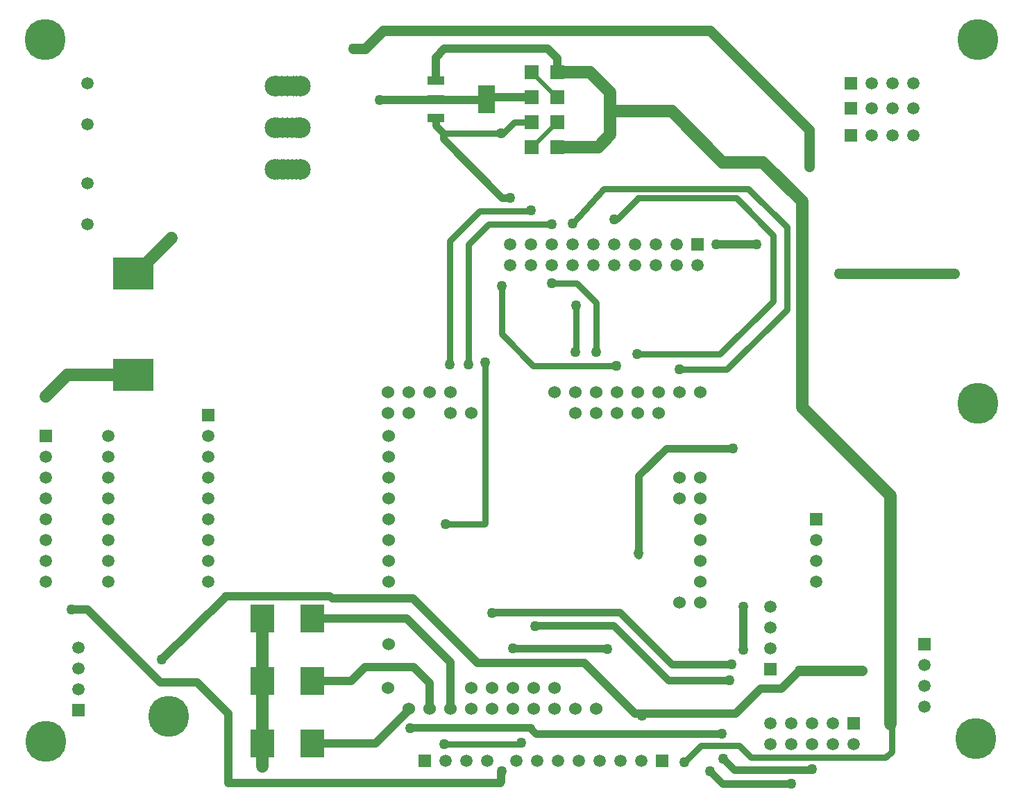
<source format=gtl>
%FSLAX44Y44*%
%MOMM*%
G71*
G01*
G75*
G04 Layer_Physical_Order=1*
G04 Layer_Color=255*
%ADD10R,2.1500X3.5000*%
%ADD11R,2.1500X1.1000*%
%ADD12R,2.1500X1.1000*%
%ADD13R,3.0000X3.5000*%
%ADD14R,1.6510X1.6510*%
%ADD15R,5.0000X4.0000*%
%ADD16C,1.0160*%
%ADD17C,0.8890*%
%ADD18C,1.2700*%
%ADD19C,0.7620*%
%ADD20C,1.5240*%
%ADD21C,0.5080*%
%ADD22C,2.4892*%
%ADD23C,5.0038*%
%ADD24R,1.5000X1.5000*%
%ADD25C,1.5000*%
%ADD26R,1.5000X1.5000*%
%ADD27C,1.5240*%
%ADD28C,2.5000*%
%ADD29C,1.5000*%
%ADD30R,1.5000X1.5000*%
%ADD31C,1.2700*%
D10*
X537857Y783336D02*
D03*
D11*
X475857Y760336D02*
D03*
Y806336D02*
D03*
D12*
Y783336D02*
D03*
D13*
X264795Y149860D02*
D03*
X325755D02*
D03*
X264795Y73660D02*
D03*
X325755D02*
D03*
X264795Y-2540D02*
D03*
X325755D02*
D03*
D14*
X592709Y816864D02*
D03*
X624459D02*
D03*
X592709Y786384D02*
D03*
X624459D02*
D03*
X592709Y755904D02*
D03*
X624459D02*
D03*
Y725424D02*
D03*
X592709D02*
D03*
D15*
X107315Y447548D02*
D03*
Y570992D02*
D03*
D16*
X407797Y783082D02*
X537603D01*
X51110Y161488D02*
X140081Y72517D01*
X184785D01*
X223012Y34290D01*
Y-50292D02*
Y34290D01*
X554609Y-50292D02*
X555371Y-48514D01*
Y-37084D01*
X219964Y177546D02*
X346597D01*
X349645Y174498D01*
X448183D01*
X526669Y96012D01*
X657225D01*
X718947Y34290D01*
X818007Y606298D02*
X862711D01*
X898017Y65024D02*
X919861Y86868D01*
X872617Y65024D02*
X898017D01*
X841883Y34290D02*
X872617Y65024D01*
X718947Y34290D02*
X841883D01*
X851281Y112014D02*
Y164338D01*
X475603Y783082D02*
X475857Y783336D01*
Y806336D02*
Y834632D01*
X486537Y845312D01*
X612775D01*
X624459Y833628D01*
Y816864D02*
Y833628D01*
X537603Y783082D02*
X540905Y786384D01*
X592709D01*
X325755Y149860D02*
X440563D01*
X493649Y96774D01*
Y39878D02*
Y96774D01*
X325755Y73660D02*
X372745D01*
X389763Y90678D01*
X449199D01*
X468249Y71628D01*
Y39878D02*
Y71628D01*
X325755Y-2540D02*
X402209D01*
X442849Y38100D01*
Y39878D01*
X141920Y100519D02*
X219964Y176784D01*
X31877Y161488D02*
X51110D01*
X223012Y-50292D02*
X554609D01*
D17*
X444627Y16256D02*
X445389Y17018D01*
X591947D01*
X592201Y15748D02*
X598043Y9906D01*
X824611D01*
X485267Y735076D02*
Y741934D01*
Y735076D02*
X556895Y663448D01*
X566547D01*
X840359Y-34544D02*
X934339D01*
X826389Y-20574D02*
X840359Y-34544D01*
X810133Y-35814D02*
X825373Y-51054D01*
X723265Y227076D02*
Y324358D01*
X756793Y357886D01*
X838073D01*
X569849Y113792D02*
X684911D01*
X825373Y-51054D02*
X909701D01*
X544957Y157480D02*
X700659D01*
X763905Y94234D01*
X837057D01*
X596519Y141478D02*
X692785D01*
X759333Y74930D01*
X834517D01*
X475857Y751344D02*
Y760336D01*
Y751344D02*
X485267Y741934D01*
D18*
X931545Y701040D02*
Y745998D01*
X810387Y867156D02*
X931545Y745998D01*
X411353Y867156D02*
X810387D01*
X389763Y845566D02*
X411353Y867156D01*
X375285Y845566D02*
X389763D01*
X967613Y570738D02*
X1108583D01*
X919861Y86868D02*
X996315D01*
D19*
X591312Y647319D02*
X592455Y648462D01*
X529844Y647319D02*
X591312D01*
X779145Y-25146D02*
X799465Y-4826D01*
X845947D01*
X860425Y-19304D01*
X1025017D01*
X1032129Y-12192D01*
Y21844D01*
X487807Y265176D02*
X535559D01*
X536321Y265938D02*
Y463042D01*
X646811Y475488D02*
Y531114D01*
X842391Y662940D02*
X887349Y617982D01*
Y537464D02*
Y617982D01*
X822579Y472694D02*
X887349Y537464D01*
X721487Y472694D02*
X822579D01*
X694055Y636778D02*
X697357D01*
X723519Y662940D01*
X722249D02*
X842391D01*
X773049Y454406D02*
X831215D01*
X904113Y527304D01*
Y627380D01*
X857123Y674370D02*
X904113Y627380D01*
X681101Y674370D02*
X857123D01*
X642588Y632105D02*
X681101Y674370D01*
X617855Y559308D02*
X647827D01*
X671449Y535686D01*
Y478282D02*
Y535686D01*
X556387Y497332D02*
Y555498D01*
Y497332D02*
X594995Y458724D01*
X696595D01*
X493395Y610870D02*
X529844Y647319D01*
X493395Y460248D02*
Y610870D01*
X540639Y631190D02*
X617855D01*
X516255Y606806D02*
X540639Y631190D01*
X516255Y460248D02*
Y606806D01*
X558165Y741934D02*
X572135Y755904D01*
X592709D01*
X486537Y-2794D02*
X581025D01*
X485267Y741934D02*
X558165D01*
D20*
X923163Y407924D02*
Y658876D01*
X688975Y740410D02*
Y791718D01*
Y768858D02*
X763651D01*
X264287Y-30480D02*
Y-5842D01*
X1030859Y21844D02*
Y300228D01*
X923163Y407924D02*
X1030859Y300228D01*
X875157Y706882D02*
X923163Y658876D01*
X825627Y706882D02*
X875157D01*
X763651Y768858D02*
X825627Y706882D01*
X26543Y447548D02*
X107315D01*
X0Y421005D02*
X26543Y447548D01*
X107315Y570992D02*
X110109D01*
X153289Y614172D01*
X624459Y816864D02*
X663829D01*
X688975Y791718D01*
X673989Y725424D02*
X688975Y740410D01*
X624459Y725424D02*
X673989D01*
X264795Y-2540D02*
Y149860D01*
D21*
X623189Y786384D02*
X624459D01*
X592709Y816864D02*
X623189Y786384D01*
X592709Y725424D02*
X593979D01*
X624459Y755904D01*
D22*
X306070Y799338D02*
D03*
X302260D02*
D03*
X294894D02*
D03*
X287782D02*
D03*
X281940D02*
D03*
X308864Y748538D02*
D03*
X305562D02*
D03*
X300736D02*
D03*
X294640D02*
D03*
X288798D02*
D03*
X283337D02*
D03*
X309880Y697738D02*
D03*
X305816D02*
D03*
X300482D02*
D03*
X295910D02*
D03*
X291084D02*
D03*
X288290D02*
D03*
X283210D02*
D03*
D23*
X150000Y31000D02*
D03*
X1137285Y412496D02*
D03*
X-889Y856488D02*
D03*
X1137412D02*
D03*
X1135126Y4064D02*
D03*
X0Y0D02*
D03*
D24*
X982021Y802800D02*
D03*
X751967Y-23622D02*
D03*
X982021Y772320D02*
D03*
Y739648D02*
D03*
X462407Y-23622D02*
D03*
X795655Y606298D02*
D03*
X985647Y22098D02*
D03*
D25*
X1007421Y802800D02*
D03*
X1032821D02*
D03*
X1058221D02*
D03*
X574167Y-23622D02*
D03*
X599567D02*
D03*
X624967D02*
D03*
X650367D02*
D03*
X675767D02*
D03*
X701167D02*
D03*
X726567D02*
D03*
X939927Y245618D02*
D03*
Y220218D02*
D03*
Y194818D02*
D03*
X884047Y113538D02*
D03*
Y138938D02*
D03*
Y164338D02*
D03*
X40132Y64008D02*
D03*
X1072007Y67818D02*
D03*
Y42418D02*
D03*
X50673Y631190D02*
D03*
Y680720D02*
D03*
X1007421Y772320D02*
D03*
X1032821D02*
D03*
X1058221D02*
D03*
X1007421Y739648D02*
D03*
X1032821D02*
D03*
X1058221D02*
D03*
X198247Y372618D02*
D03*
Y194818D02*
D03*
Y220218D02*
D03*
Y245618D02*
D03*
Y271018D02*
D03*
Y296418D02*
D03*
Y321818D02*
D03*
Y347218D02*
D03*
X50673Y753110D02*
D03*
Y802640D02*
D03*
X487807Y-23622D02*
D03*
X513207D02*
D03*
X538607D02*
D03*
X40132Y114808D02*
D03*
Y89408D02*
D03*
X1072007Y93218D02*
D03*
X795655Y580898D02*
D03*
X770255Y606298D02*
D03*
Y580898D02*
D03*
X744855Y606298D02*
D03*
Y580898D02*
D03*
X719455Y606298D02*
D03*
Y580898D02*
D03*
X694055Y606298D02*
D03*
Y580898D02*
D03*
X668655Y606298D02*
D03*
Y580898D02*
D03*
X643255Y606298D02*
D03*
Y580898D02*
D03*
X617855Y606298D02*
D03*
Y580898D02*
D03*
X592455Y606298D02*
D03*
Y580898D02*
D03*
X567055Y606298D02*
D03*
Y580898D02*
D03*
X884047Y-3302D02*
D03*
Y22098D02*
D03*
X909447Y-3302D02*
D03*
Y22098D02*
D03*
X934847Y-3302D02*
D03*
Y22098D02*
D03*
X960247Y-3302D02*
D03*
Y22098D02*
D03*
X985647Y-3302D02*
D03*
D26*
X939927Y271018D02*
D03*
X884047Y88138D02*
D03*
X40132Y38608D02*
D03*
X198247Y398018D02*
D03*
X1072007Y118618D02*
D03*
D27*
X418719D02*
D03*
Y194818D02*
D03*
Y220218D02*
D03*
Y245618D02*
D03*
Y271018D02*
D03*
Y296418D02*
D03*
Y321818D02*
D03*
Y347218D02*
D03*
Y372618D02*
D03*
X798449Y169418D02*
D03*
X773049D02*
D03*
X798449Y194818D02*
D03*
Y220218D02*
D03*
Y245618D02*
D03*
Y271018D02*
D03*
X468249Y425958D02*
D03*
X493649Y400558D02*
D03*
Y425958D02*
D03*
X519049Y400558D02*
D03*
X620649Y425958D02*
D03*
X646049Y400558D02*
D03*
Y425958D02*
D03*
X671449Y400558D02*
D03*
Y425958D02*
D03*
X696849Y400558D02*
D03*
Y425958D02*
D03*
X722249Y400558D02*
D03*
Y425958D02*
D03*
X747649Y400558D02*
D03*
Y425958D02*
D03*
X773049D02*
D03*
X798449D02*
D03*
X417449Y65278D02*
D03*
X442849Y39878D02*
D03*
X468249D02*
D03*
X493649D02*
D03*
X569849D02*
D03*
X595249D02*
D03*
X620649D02*
D03*
X646049D02*
D03*
X671449D02*
D03*
X544449Y65278D02*
D03*
X417449Y400558D02*
D03*
Y425958D02*
D03*
X442849Y400558D02*
D03*
Y425958D02*
D03*
X569849Y65278D02*
D03*
X595249D02*
D03*
X544449Y39878D02*
D03*
X519049Y65278D02*
D03*
X798449Y321818D02*
D03*
X773049D02*
D03*
X798449Y296418D02*
D03*
X773049D02*
D03*
X519049Y39878D02*
D03*
X620649Y65278D02*
D03*
D28*
X279527Y697738D02*
D03*
X311277D02*
D03*
X279527Y748538D02*
D03*
X311277D02*
D03*
X279527Y799338D02*
D03*
X311277D02*
D03*
D29*
X76327Y194818D02*
D03*
Y220218D02*
D03*
Y245618D02*
D03*
Y271018D02*
D03*
Y296418D02*
D03*
Y321818D02*
D03*
Y347218D02*
D03*
Y372618D02*
D03*
X127Y347218D02*
D03*
Y321818D02*
D03*
Y296418D02*
D03*
Y271018D02*
D03*
Y245618D02*
D03*
Y220218D02*
D03*
Y194818D02*
D03*
D30*
Y372618D02*
D03*
D31*
X556133Y-36068D02*
D03*
X31877Y161488D02*
D03*
X824611Y9906D02*
D03*
X931545Y701040D02*
D03*
X375285Y845566D02*
D03*
X141920Y100519D02*
D03*
X1108583Y570738D02*
D03*
X566547Y663448D02*
D03*
X922909Y605536D02*
D03*
X867029Y606298D02*
D03*
X967613Y570738D02*
D03*
X818007Y606298D02*
D03*
X264287Y-30480D02*
D03*
X779145Y-25146D02*
D03*
X727329Y31496D02*
D03*
X685165Y113284D02*
D03*
X826389Y-20574D02*
D03*
X934847Y-33274D02*
D03*
X919861Y86868D02*
D03*
X996315D02*
D03*
X1032129Y21844D02*
D03*
X723265Y229616D02*
D03*
X838073Y357886D02*
D03*
X569849Y113792D02*
D03*
X909701Y-51054D02*
D03*
X810133Y-35814D02*
D03*
X544957Y156972D02*
D03*
X596773Y141224D02*
D03*
X837057Y94234D02*
D03*
X834517Y74930D02*
D03*
X536321Y463042D02*
D03*
X487807Y265176D02*
D03*
X646811Y531876D02*
D03*
X646303Y475234D02*
D03*
X721487Y472694D02*
D03*
X694055Y636778D02*
D03*
X773049Y454406D02*
D03*
X642588Y632105D02*
D03*
X617855Y559308D02*
D03*
X671449Y475234D02*
D03*
X556387Y555498D02*
D03*
X696595Y458724D02*
D03*
X592455Y648462D02*
D03*
X493395Y460248D02*
D03*
X617855Y631190D02*
D03*
X516255Y460248D02*
D03*
X0Y421005D02*
D03*
X153289Y614172D02*
D03*
X851281Y164338D02*
D03*
Y112014D02*
D03*
X407797Y783082D02*
D03*
X688467Y769112D02*
D03*
X555625Y742188D02*
D03*
X486537Y-2794D02*
D03*
X580009Y-1270D02*
D03*
X444627Y16256D02*
D03*
M02*

</source>
